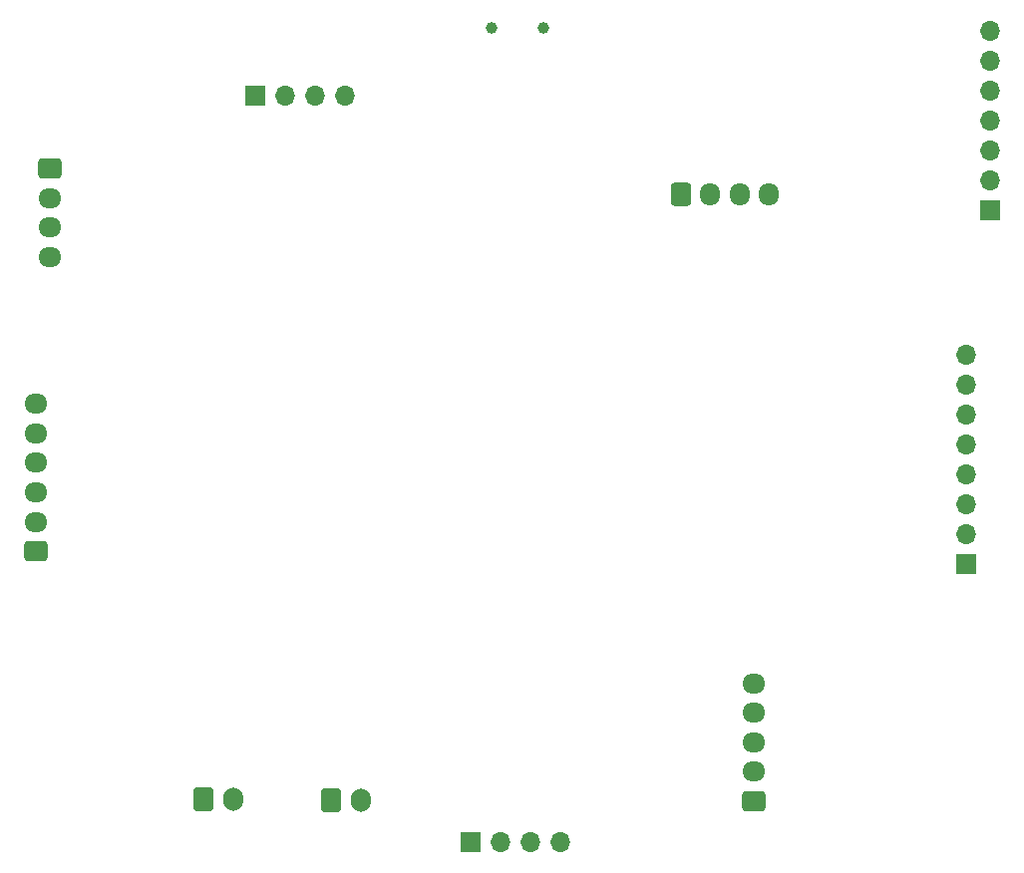
<source format=gbr>
%TF.GenerationSoftware,KiCad,Pcbnew,9.0.1*%
%TF.CreationDate,2025-05-07T09:32:19-06:00*%
%TF.ProjectId,2025_04_STM32F103_RobotBrain,32303235-5f30-4345-9f53-544d33324631,rev?*%
%TF.SameCoordinates,Original*%
%TF.FileFunction,Soldermask,Bot*%
%TF.FilePolarity,Negative*%
%FSLAX46Y46*%
G04 Gerber Fmt 4.6, Leading zero omitted, Abs format (unit mm)*
G04 Created by KiCad (PCBNEW 9.0.1) date 2025-05-07 09:32:19*
%MOMM*%
%LPD*%
G01*
G04 APERTURE LIST*
G04 Aperture macros list*
%AMRoundRect*
0 Rectangle with rounded corners*
0 $1 Rounding radius*
0 $2 $3 $4 $5 $6 $7 $8 $9 X,Y pos of 4 corners*
0 Add a 4 corners polygon primitive as box body*
4,1,4,$2,$3,$4,$5,$6,$7,$8,$9,$2,$3,0*
0 Add four circle primitives for the rounded corners*
1,1,$1+$1,$2,$3*
1,1,$1+$1,$4,$5*
1,1,$1+$1,$6,$7*
1,1,$1+$1,$8,$9*
0 Add four rect primitives between the rounded corners*
20,1,$1+$1,$2,$3,$4,$5,0*
20,1,$1+$1,$4,$5,$6,$7,0*
20,1,$1+$1,$6,$7,$8,$9,0*
20,1,$1+$1,$8,$9,$2,$3,0*%
G04 Aperture macros list end*
%ADD10RoundRect,0.250000X-0.600000X-0.750000X0.600000X-0.750000X0.600000X0.750000X-0.600000X0.750000X0*%
%ADD11O,1.700000X2.000000*%
%ADD12R,1.700000X1.700000*%
%ADD13O,1.700000X1.700000*%
%ADD14RoundRect,0.250000X0.725000X-0.600000X0.725000X0.600000X-0.725000X0.600000X-0.725000X-0.600000X0*%
%ADD15O,1.950000X1.700000*%
%ADD16RoundRect,0.250000X-0.725000X0.600000X-0.725000X-0.600000X0.725000X-0.600000X0.725000X0.600000X0*%
%ADD17RoundRect,0.250000X-0.600000X-0.725000X0.600000X-0.725000X0.600000X0.725000X-0.600000X0.725000X0*%
%ADD18O,1.700000X1.950000*%
%ADD19C,1.000000*%
G04 APERTURE END LIST*
D10*
%TO.C,J6*%
X122580000Y-99900000D03*
D11*
X125080000Y-99900000D03*
%TD*%
D12*
%TO.C,J9*%
X178500000Y-49800000D03*
D13*
X178500000Y-47260000D03*
X178500000Y-44720000D03*
X178500000Y-42180000D03*
X178500000Y-39640000D03*
X178500000Y-37100000D03*
X178500000Y-34560000D03*
%TD*%
D14*
%TO.C,J8*%
X158475000Y-100000000D03*
D15*
X158475000Y-97500000D03*
X158475000Y-95000000D03*
X158475000Y-92500000D03*
X158475000Y-90000000D03*
%TD*%
D12*
%TO.C,J2*%
X176465000Y-79835000D03*
D13*
X176465000Y-77295000D03*
X176465000Y-74755000D03*
X176465000Y-72215000D03*
X176465000Y-69675000D03*
X176465000Y-67135000D03*
X176465000Y-64595000D03*
X176465000Y-62055000D03*
%TD*%
D12*
%TO.C,J4*%
X116160000Y-40040000D03*
D13*
X118700000Y-40040000D03*
X121240000Y-40040000D03*
X123780000Y-40040000D03*
%TD*%
D16*
%TO.C,J11*%
X98720000Y-46270000D03*
D15*
X98720000Y-48770000D03*
X98720000Y-51270000D03*
X98720000Y-53770000D03*
%TD*%
D12*
%TO.C,J3*%
X134460000Y-103485000D03*
D13*
X137000000Y-103485000D03*
X139540000Y-103485000D03*
X142080000Y-103485000D03*
%TD*%
D17*
%TO.C,J7*%
X152250000Y-48475000D03*
D18*
X154750000Y-48475000D03*
X157250000Y-48475000D03*
X159750000Y-48475000D03*
%TD*%
D10*
%TO.C,J5*%
X111750000Y-99875000D03*
D11*
X114250000Y-99875000D03*
%TD*%
D14*
%TO.C,J10*%
X97510000Y-78760000D03*
D15*
X97510000Y-76260000D03*
X97510000Y-73760000D03*
X97510000Y-71260000D03*
X97510000Y-68760000D03*
X97510000Y-66260000D03*
%TD*%
D19*
%TO.C,J1*%
X140580000Y-34300000D03*
X136180000Y-34300000D03*
%TD*%
M02*

</source>
